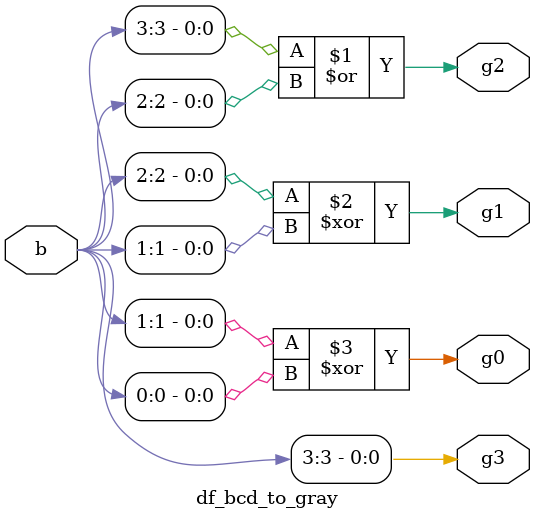
<source format=v>
module df_bcd_to_gray(b,g3,g2,g1,g0);
//wire x;
input [3:0] b;
output g3,g2,g1,g0;

assign g3=b[3];
assign g2= b[3]|b[2];
assign g1= b[2]^b[1];
assign g0= b[1]^b[0];

endmodule
</source>
